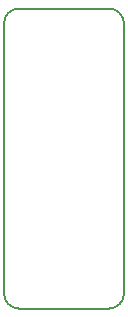
<source format=gbr>
G04 #@! TF.FileFunction,Profile,NP*
%FSLAX46Y46*%
G04 Gerber Fmt 4.6, Leading zero omitted, Abs format (unit mm)*
G04 Created by KiCad (PCBNEW 4.0.6) date 02/28/19 14:34:50*
%MOMM*%
%LPD*%
G01*
G04 APERTURE LIST*
%ADD10C,0.100000*%
%ADD11C,0.150000*%
G04 APERTURE END LIST*
D10*
D11*
X152400000Y-93980000D02*
X152400000Y-116840000D01*
X161290000Y-92710000D02*
X153670000Y-92710000D01*
X162560000Y-116840000D02*
X162560000Y-93980000D01*
X153670000Y-118110000D02*
X161290000Y-118110000D01*
X161290000Y-118110000D02*
G75*
G03X162560000Y-116840000I0J1270000D01*
G01*
X152400000Y-116840000D02*
G75*
G03X153670000Y-118110000I1270000J0D01*
G01*
X162560000Y-93980000D02*
G75*
G03X161290000Y-92710000I-1270000J0D01*
G01*
X153670000Y-92710000D02*
G75*
G03X152400000Y-93980000I0J-1270000D01*
G01*
M02*

</source>
